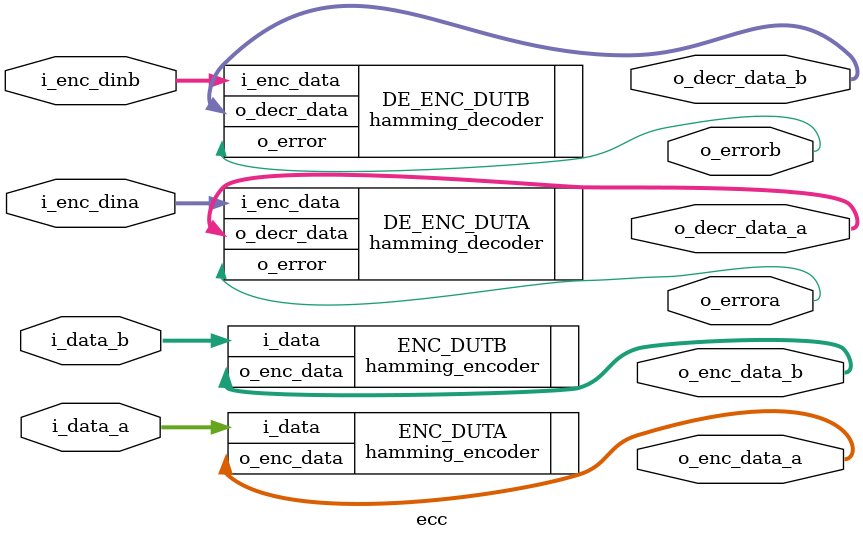
<source format=sv>

module ecc #(parameter DATA_WIDTH = 8)
						(	input 	[DATA_WIDTH-1												:0]	i_data_a,
							input 	[DATA_WIDTH-1												:0]	i_data_b,
							input 	[DATA_WIDTH + $clog2(DATA_WIDTH) +1	:0]	i_enc_dina,
							input 	[DATA_WIDTH + $clog2(DATA_WIDTH) +1	:0]	i_enc_dinb,
							output 	[DATA_WIDTH + $clog2(DATA_WIDTH) +1	:0]	o_enc_data_a,
							output 	[DATA_WIDTH + $clog2(DATA_WIDTH) +1	:0]	o_enc_data_b,
							output 	[DATA_WIDTH - 1										 	:0]	o_decr_data_a,
							output 	[DATA_WIDTH - 1										 	:0]	o_decr_data_b,
							output	                                      	o_errora,
							output	                                      	o_errorb
						);
		
		//Encrypter and Decrypter Design's instantiation's
		hamming_encoder			#(DATA_WIDTH)	ENC_DUTA		(	.i_data(i_data_a),
									 																	.o_enc_data(o_enc_data_a));
		hamming_encoder			#(DATA_WIDTH)	ENC_DUTB		(	.i_data(i_data_b),
																										.o_enc_data(o_enc_data_b));
		hamming_decoder			#(DATA_WIDTH)	DE_ENC_DUTA	(	.i_enc_data(i_enc_dina),
							 		 																	.o_error(o_errora),
							 		 																	.o_decr_data(o_decr_data_a));
		hamming_decoder			#(DATA_WIDTH)	DE_ENC_DUTB	(	.i_enc_data(i_enc_dinb),
																										.o_error(o_errorb),
																										.o_decr_data(o_decr_data_b));

endmodule : ecc

</source>
